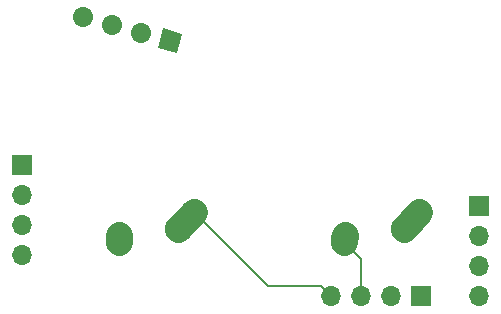
<source format=gbr>
G04 #@! TF.GenerationSoftware,KiCad,Pcbnew,(5.1.4)-1*
G04 #@! TF.CreationDate,2023-06-17T18:34:11-04:00*
G04 #@! TF.ProjectId,ThumbsUp,5468756d-6273-4557-902e-6b696361645f,rev?*
G04 #@! TF.SameCoordinates,Original*
G04 #@! TF.FileFunction,Copper,L1,Top*
G04 #@! TF.FilePolarity,Positive*
%FSLAX46Y46*%
G04 Gerber Fmt 4.6, Leading zero omitted, Abs format (unit mm)*
G04 Created by KiCad (PCBNEW (5.1.4)-1) date 2023-06-17 18:34:11*
%MOMM*%
%LPD*%
G04 APERTURE LIST*
%ADD10C,1.700000*%
%ADD11C,1.700000*%
%ADD12C,0.100000*%
%ADD13O,1.700000X1.700000*%
%ADD14R,1.700000X1.700000*%
%ADD15C,2.250000*%
%ADD16C,2.250000*%
%ADD17C,0.200000*%
G04 APERTURE END LIST*
D10*
X161731252Y-333404931D03*
D11*
X161731252Y-333404931D02*
X161731252Y-333404931D01*
D10*
X164184704Y-334062331D03*
D11*
X164184704Y-334062331D02*
X164184704Y-334062331D01*
D10*
X166638155Y-334719732D03*
D11*
X166638155Y-334719732D02*
X166638155Y-334719732D01*
D10*
X169091607Y-335377132D03*
D12*
G36*
X169692648Y-336418165D02*
G01*
X168050574Y-335978173D01*
X168490566Y-334336099D01*
X170132640Y-334776091D01*
X169692648Y-336418165D01*
X169692648Y-336418165D01*
G37*
D13*
X156554489Y-353479102D03*
X156554489Y-350939102D03*
X156554489Y-348399102D03*
D14*
X156554489Y-345859102D03*
D13*
X195276987Y-356963573D03*
X195276987Y-354423573D03*
X195276987Y-351883573D03*
D14*
X195276987Y-349343573D03*
D13*
X182686132Y-357031045D03*
X185226132Y-357031045D03*
X187766132Y-357031045D03*
D14*
X190306132Y-357031045D03*
D15*
X188879545Y-351351918D03*
X189534544Y-350621918D03*
D16*
X190189545Y-349891918D02*
X188879543Y-351351918D01*
D15*
X183839545Y-352431918D03*
X183859545Y-352141918D03*
D16*
X183879545Y-351851918D02*
X183839545Y-352431918D01*
D15*
X169800000Y-351351918D03*
X170454999Y-350621918D03*
D16*
X171110000Y-349891918D02*
X169799998Y-351351918D01*
D15*
X164760000Y-352431918D03*
X164780000Y-352141918D03*
D16*
X164800000Y-351851918D02*
X164760000Y-352431918D01*
D17*
X183879545Y-352471918D02*
X183879545Y-351851918D01*
X185226132Y-357031045D02*
X185226132Y-353818505D01*
X185226132Y-353818505D02*
X183879545Y-352471918D01*
X177399128Y-356181046D02*
X171110000Y-349891918D01*
X182686132Y-357031045D02*
X181836133Y-356181046D01*
X181836133Y-356181046D02*
X177399128Y-356181046D01*
M02*

</source>
